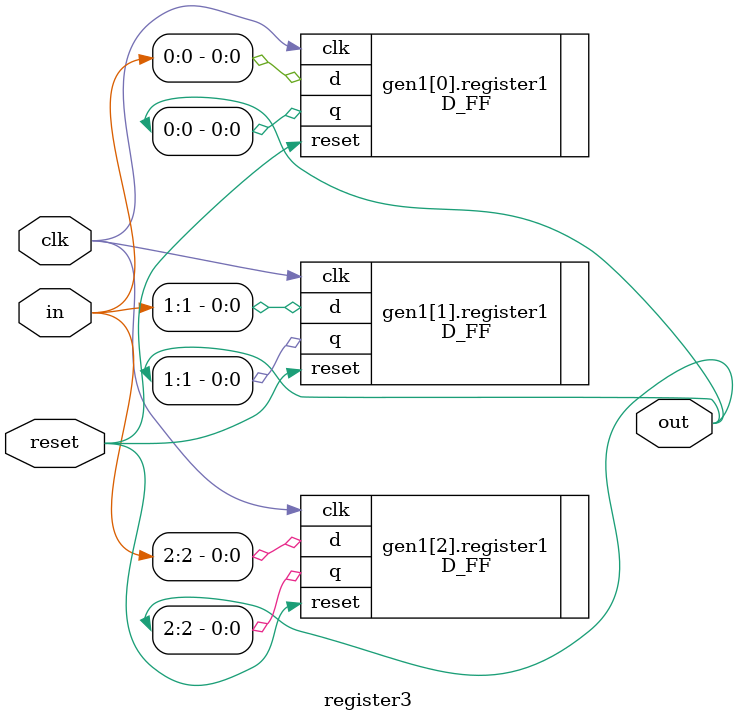
<source format=sv>
`timescale 10ps/1fs
module register2 (in, clk, out, reset);
	input logic [63:0] in;
	input logic clk, reset;
	output logic [63:0] out;

	genvar i;
	
	generate 
		for (i = 0; i < 64; i++) begin : gen1
			D_FF register1 (.q(out[i]), .d(in[i]), .reset(reset), .clk(clk));
		end
	endgenerate 
endmodule

module register32 (in, clk, out, reset);
	input logic [31:0] in;
	input logic clk, reset;
	output logic [31:0] out;

	genvar i;
	
	generate 
		for (i = 0; i < 32; i++) begin : gen1
			D_FF register1 (.q(out[i]), .d(in[i]), .reset(reset), .clk(clk));
		end
	endgenerate 
endmodule

module register5 (in, clk, out, reset);
	input logic [4:0] in;
	input logic clk, reset;
	output logic [4:0] out;

	genvar i;
	
	generate 
		for (i = 0; i < 5; i++) begin : gen1
			D_FF register1 (.q(out[i]), .d(in[i]), .reset(reset), .clk(clk));
		end
	endgenerate 
endmodule

module register2b (in, clk, out, reset);
	input logic [1:0] in;
	input logic clk, reset;
	output logic [1:0] out;

	genvar i;
	
	generate 
		for (i = 0; i < 2; i++) begin : gen1
			D_FF register1 (.q(out[i]), .d(in[i]), .reset(reset), .clk(clk));
		end
	endgenerate 
endmodule

module register3 (in, clk, out, reset);
	input logic [2:0] in;
	input logic clk, reset;
	output logic [2:0] out;

	genvar i;
	
	generate 
		for (i = 0; i < 3; i++) begin : gen1
			D_FF register1 (.q(out[i]), .d(in[i]), .reset(reset), .clk(clk));
		end
	endgenerate 
endmodule
</source>
